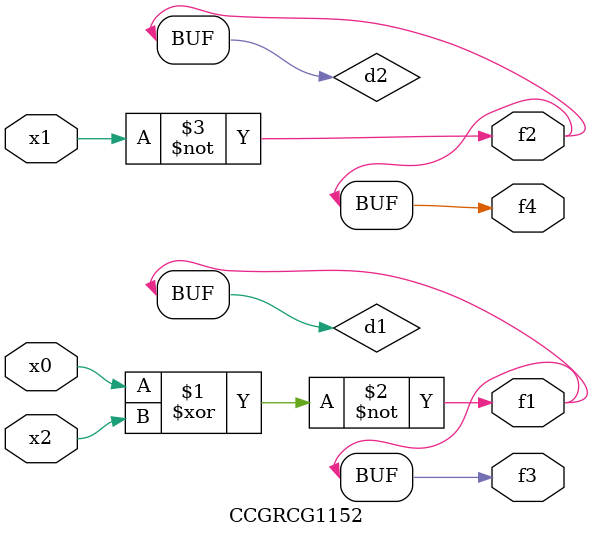
<source format=v>
module CCGRCG1152(
	input x0, x1, x2,
	output f1, f2, f3, f4
);

	wire d1, d2, d3;

	xnor (d1, x0, x2);
	nand (d2, x1);
	nor (d3, x1, x2);
	assign f1 = d1;
	assign f2 = d2;
	assign f3 = d1;
	assign f4 = d2;
endmodule

</source>
